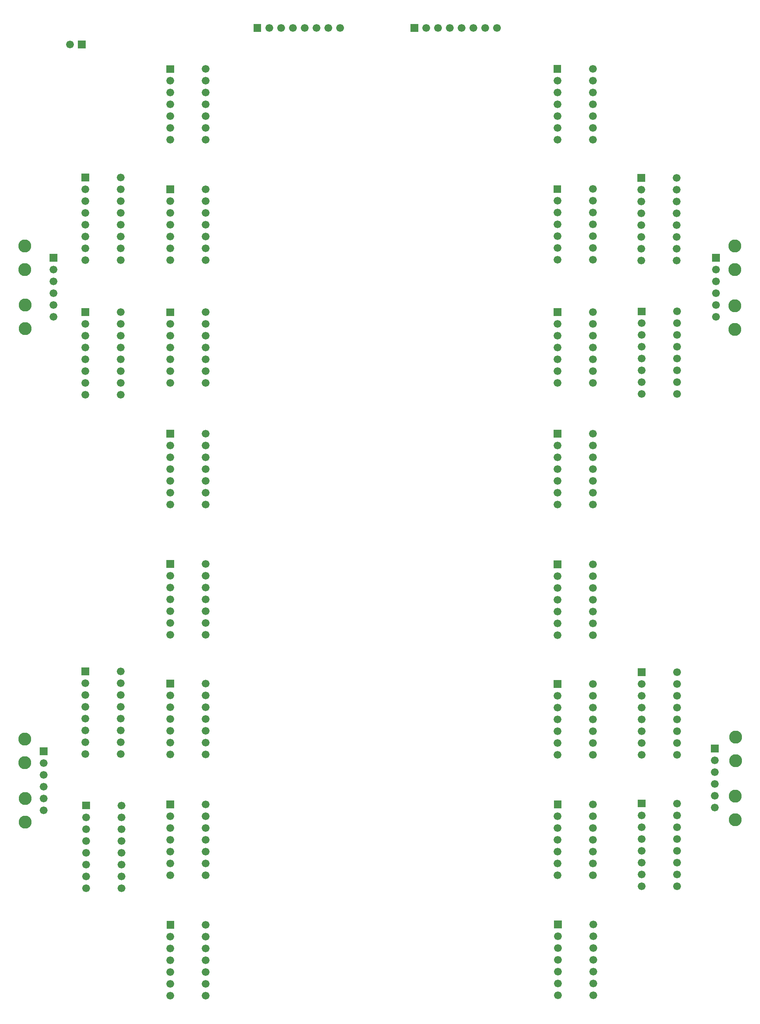
<source format=gbr>
G04 start of page 6 for group -4062 idx -4062 *
G04 Title: Generador de valores, soldermask *
G04 Creator: pcb 20110918 *
G04 CreationDate: mié 22 feb 2012 14:39:15 GMT UTC *
G04 For: jegc *
G04 Format: Gerber/RS-274X *
G04 PCB-Dimensions: 629921 866142 *
G04 PCB-Coordinate-Origin: lower left *
%MOIN*%
%FSLAX25Y25*%
%LNBOTTOMMASK*%
%ADD40C,0.1100*%
%ADD39C,0.0660*%
%ADD38C,0.0001*%
G54D38*G36*
X58472Y715576D02*Y708976D01*
X65072D01*
Y715576D01*
X58472D01*
G37*
G54D39*X61772Y702276D03*
Y692276D03*
Y682276D03*
Y672276D03*
Y662276D03*
G54D38*G36*
X55700Y828442D02*Y821842D01*
X62300D01*
Y828442D01*
X55700D01*
G37*
G54D39*X49000Y825142D03*
G54D38*G36*
X130558Y498639D02*Y492039D01*
X137158D01*
Y498639D01*
X130558D01*
G37*
G54D39*X133858Y485339D03*
Y475339D03*
Y465339D03*
Y455339D03*
Y445339D03*
Y435339D03*
X163858D03*
Y445339D03*
Y455339D03*
Y465339D03*
Y475339D03*
X91772Y642276D03*
Y652276D03*
Y662276D03*
Y672276D03*
Y682276D03*
Y692276D03*
Y702276D03*
Y712276D03*
Y528276D03*
Y538276D03*
Y548276D03*
Y558276D03*
Y568276D03*
Y578276D03*
Y588276D03*
Y598276D03*
G54D38*G36*
X31613Y647662D02*Y641062D01*
X38213D01*
Y647662D01*
X31613D01*
G37*
G54D40*X10394Y654481D03*
G54D39*X34913Y634362D03*
G54D40*X10394Y634481D03*
G54D39*X34913Y624362D03*
Y614362D03*
Y604362D03*
Y594362D03*
G54D40*X10827Y604331D03*
Y584331D03*
G54D39*X61772Y652276D03*
Y642276D03*
G54D38*G36*
X58472Y601576D02*Y594976D01*
X65072D01*
Y601576D01*
X58472D01*
G37*
G54D39*X61772Y588276D03*
Y578276D03*
Y568276D03*
Y558276D03*
Y548276D03*
Y538276D03*
Y528276D03*
X163858Y485339D03*
Y495339D03*
X163819Y568260D03*
Y578260D03*
Y588260D03*
Y598260D03*
G54D38*G36*
X130519Y601560D02*Y594960D01*
X137119D01*
Y601560D01*
X130519D01*
G37*
G54D39*X133819Y588260D03*
Y578260D03*
Y568260D03*
Y558260D03*
Y548260D03*
Y538260D03*
X163819D03*
Y548260D03*
Y558260D03*
X163858Y774260D03*
Y784260D03*
Y794260D03*
Y804260D03*
G54D38*G36*
X458826Y601781D02*Y595181D01*
X465426D01*
Y601781D01*
X458826D01*
G37*
G54D39*X462126Y588481D03*
Y578481D03*
Y568481D03*
Y558481D03*
Y548481D03*
Y538481D03*
X462079Y682575D03*
Y672575D03*
Y662575D03*
Y652575D03*
Y642575D03*
G54D38*G36*
X458779Y705875D02*Y699275D01*
X465379D01*
Y705875D01*
X458779D01*
G37*
G54D39*X462079Y692575D03*
G54D38*G36*
X458763Y807765D02*Y801165D01*
X465363D01*
Y807765D01*
X458763D01*
G37*
G54D39*X462063Y794465D03*
Y784465D03*
Y774465D03*
Y764465D03*
Y754465D03*
Y744465D03*
X492079Y642575D03*
Y652575D03*
Y662575D03*
Y672575D03*
Y682575D03*
Y692575D03*
Y702575D03*
X492063Y744465D03*
Y754465D03*
Y764465D03*
Y774465D03*
Y784465D03*
Y794465D03*
Y804465D03*
G54D38*G36*
X530015Y715245D02*Y708645D01*
X536615D01*
Y715245D01*
X530015D01*
G37*
G54D39*X533315Y701945D03*
Y691945D03*
Y681945D03*
Y671945D03*
Y661945D03*
Y651945D03*
Y641945D03*
X237717Y838969D03*
X247717D03*
X257717D03*
X267717D03*
G54D38*G36*
X204417Y842269D02*Y835669D01*
X211017D01*
Y842269D01*
X204417D01*
G37*
G54D39*X217717Y838969D03*
X227717D03*
X277717D03*
G54D38*G36*
X337464Y842285D02*Y835685D01*
X344064D01*
Y842285D01*
X337464D01*
G37*
G54D39*X350764Y838985D03*
X360764D03*
X370764D03*
X380764D03*
X390764D03*
X400764D03*
X410764D03*
G54D38*G36*
X130535Y705607D02*Y699007D01*
X137135D01*
Y705607D01*
X130535D01*
G37*
G54D39*X133835Y692307D03*
Y682307D03*
Y672307D03*
Y662307D03*
Y652307D03*
Y642307D03*
X163835D03*
Y652307D03*
Y662307D03*
Y672307D03*
Y682307D03*
Y692307D03*
Y702307D03*
G54D38*G36*
X130558Y807560D02*Y800960D01*
X137158D01*
Y807560D01*
X130558D01*
G37*
G54D39*X133858Y794260D03*
Y784260D03*
Y774260D03*
Y764260D03*
Y754260D03*
Y744260D03*
X163858D03*
Y754260D03*
Y764260D03*
G54D38*G36*
X592172Y232119D02*Y225519D01*
X598772D01*
Y232119D01*
X592172D01*
G37*
G54D39*X595472Y218819D03*
Y208819D03*
Y198819D03*
Y188819D03*
Y178819D03*
G54D40*X613189Y218504D03*
Y238504D03*
X612851Y188544D03*
Y168544D03*
G54D38*G36*
X530141Y296702D02*Y290102D01*
X536741D01*
Y296702D01*
X530141D01*
G37*
G54D39*X533441Y283402D03*
Y273402D03*
Y263402D03*
Y253402D03*
Y243402D03*
Y233402D03*
Y223402D03*
X563441D03*
Y233402D03*
Y243402D03*
Y253402D03*
Y263402D03*
Y273402D03*
Y283402D03*
Y293402D03*
G54D38*G36*
X458999Y286655D02*Y280055D01*
X465599D01*
Y286655D01*
X458999D01*
G37*
G54D39*X462299Y273355D03*
Y263355D03*
Y253355D03*
Y243355D03*
Y233355D03*
Y223355D03*
X492299D03*
Y233355D03*
Y243355D03*
Y253355D03*
Y263355D03*
Y273355D03*
Y283355D03*
G54D38*G36*
X458873Y498733D02*Y492133D01*
X465473D01*
Y498733D01*
X458873D01*
G37*
G54D39*X492173Y495433D03*
X462173Y485433D03*
X492173D03*
X462173Y475433D03*
X492173D03*
X462173Y465433D03*
X492173D03*
X462173Y455433D03*
Y445433D03*
Y435433D03*
X492173D03*
Y445433D03*
Y455433D03*
X492126Y538481D03*
Y548481D03*
Y558481D03*
Y568481D03*
Y578481D03*
Y588481D03*
Y598481D03*
X492236Y324717D03*
Y334717D03*
Y344717D03*
Y354717D03*
Y364717D03*
Y374717D03*
Y384717D03*
G54D38*G36*
X530235Y602237D02*Y595637D01*
X536835D01*
Y602237D01*
X530235D01*
G37*
G54D39*X533535Y588937D03*
Y578937D03*
Y568937D03*
Y558937D03*
Y548937D03*
Y538937D03*
Y528937D03*
X563535D03*
Y538937D03*
Y548937D03*
Y558937D03*
Y568937D03*
Y578937D03*
G54D38*G36*
X458936Y388017D02*Y381417D01*
X465536D01*
Y388017D01*
X458936D01*
G37*
G54D39*X462236Y374717D03*
Y364717D03*
Y354717D03*
Y344717D03*
Y334717D03*
Y324717D03*
X563535Y588937D03*
Y598937D03*
X563315Y641945D03*
Y651945D03*
G54D38*G36*
X593228Y647607D02*Y641007D01*
X599828D01*
Y647607D01*
X593228D01*
G37*
G54D39*X563315Y661945D03*
Y671945D03*
Y681945D03*
Y691945D03*
Y701945D03*
Y711945D03*
X596528Y634307D03*
Y624307D03*
Y614307D03*
Y604307D03*
Y594307D03*
G54D40*X612527Y603788D03*
Y583788D03*
X612559Y634386D03*
Y654386D03*
G54D38*G36*
X530330Y185513D02*Y178913D01*
X536930D01*
Y185513D01*
X530330D01*
G37*
G54D39*X563630Y182213D03*
X533630Y172213D03*
X563630D03*
X533630Y162213D03*
X563630D03*
X533630Y152213D03*
X563630D03*
X533630Y142213D03*
Y132213D03*
Y122213D03*
Y112213D03*
X563630D03*
Y122213D03*
Y132213D03*
Y142213D03*
G54D38*G36*
X459298Y83001D02*Y76401D01*
X465898D01*
Y83001D01*
X459298D01*
G37*
G54D39*X462598Y69701D03*
Y59701D03*
Y49701D03*
Y39701D03*
Y29701D03*
Y19701D03*
X492598D03*
Y29701D03*
Y39701D03*
Y49701D03*
Y59701D03*
G54D38*G36*
X459062Y184828D02*Y178228D01*
X465662D01*
Y184828D01*
X459062D01*
G37*
G54D39*X462362Y171528D03*
Y161528D03*
Y151528D03*
Y141528D03*
Y131528D03*
Y121528D03*
X492598Y69701D03*
Y79701D03*
X492362Y121528D03*
Y131528D03*
Y141528D03*
Y151528D03*
Y161528D03*
Y171528D03*
Y181528D03*
G54D38*G36*
X130731Y82662D02*Y76062D01*
X137331D01*
Y82662D01*
X130731D01*
G37*
G54D39*X134031Y69362D03*
Y59362D03*
Y49362D03*
X133858Y151520D03*
Y141520D03*
Y131520D03*
Y121520D03*
X134031Y39362D03*
Y29362D03*
Y19362D03*
X164031D03*
Y29362D03*
Y39362D03*
Y49362D03*
Y59362D03*
Y69362D03*
Y79362D03*
X163858Y121520D03*
Y131520D03*
Y141520D03*
Y151520D03*
Y161520D03*
Y171520D03*
Y181520D03*
Y223780D03*
Y233780D03*
Y243780D03*
Y253780D03*
Y263780D03*
Y273780D03*
Y283780D03*
G54D38*G36*
X130653Y388379D02*Y381779D01*
X137253D01*
Y388379D01*
X130653D01*
G37*
G54D39*X133953Y375079D03*
Y365079D03*
Y355079D03*
Y345079D03*
Y335079D03*
Y325079D03*
G54D38*G36*
X130558Y287080D02*Y280480D01*
X137158D01*
Y287080D01*
X130558D01*
G37*
G54D39*X133858Y273780D03*
Y263780D03*
Y253780D03*
Y243780D03*
G54D38*G36*
X130558Y184820D02*Y178220D01*
X137158D01*
Y184820D01*
X130558D01*
G37*
G36*
X59117Y183867D02*Y177267D01*
X65717D01*
Y183867D01*
X59117D01*
G37*
G54D39*X92417Y180567D03*
X133858Y233780D03*
Y223780D03*
Y171520D03*
X62417Y170567D03*
X92417D03*
G54D40*X10890Y166551D03*
G54D39*X133858Y161520D03*
X92417Y120567D03*
Y130567D03*
Y140567D03*
Y150567D03*
Y160567D03*
G54D38*G36*
X23279Y229820D02*Y223220D01*
X29879D01*
Y229820D01*
X23279D01*
G37*
G54D39*X26579Y216520D03*
Y206520D03*
Y196520D03*
Y186520D03*
Y176520D03*
G54D38*G36*
X58613Y297308D02*Y290708D01*
X65213D01*
Y297308D01*
X58613D01*
G37*
G54D39*X61913Y284008D03*
Y274008D03*
Y264008D03*
Y254008D03*
Y244008D03*
Y234008D03*
Y224008D03*
X91913D03*
Y234008D03*
Y244008D03*
Y254008D03*
Y264008D03*
Y274008D03*
Y284008D03*
Y294008D03*
X62417Y160567D03*
Y150567D03*
Y140567D03*
Y130567D03*
Y120567D03*
Y110567D03*
X92417D03*
G54D40*X10890Y186551D03*
X10528Y216796D03*
Y236796D03*
G54D39*X163953Y325079D03*
Y335079D03*
Y345079D03*
Y355079D03*
Y365079D03*
Y375079D03*
Y385079D03*
M02*

</source>
